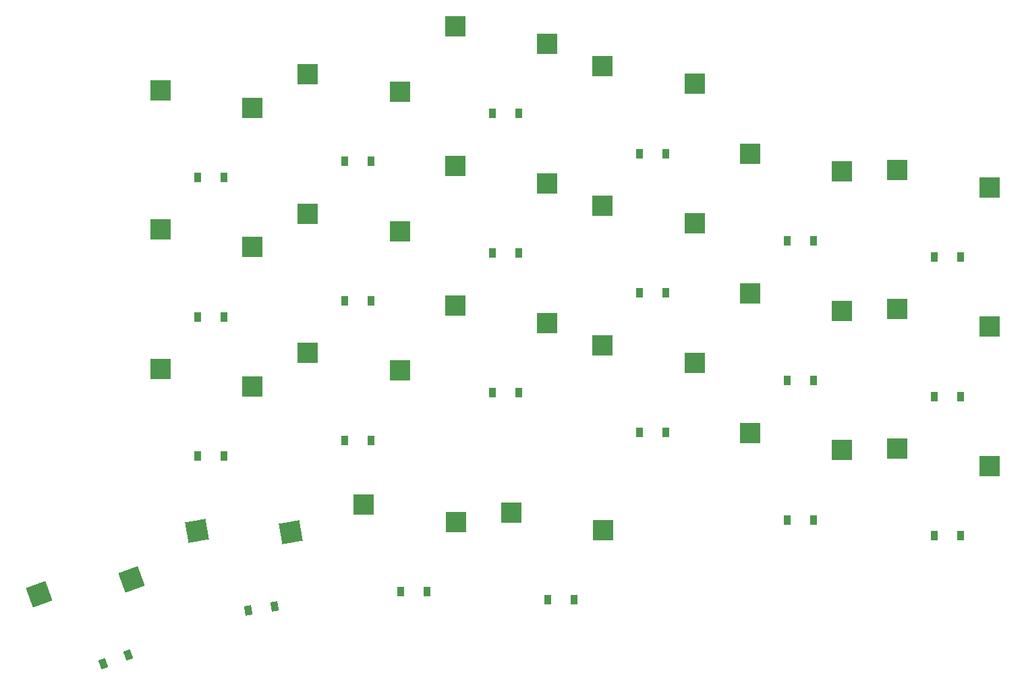
<source format=gbr>
%TF.GenerationSoftware,KiCad,Pcbnew,8.0.4*%
%TF.CreationDate,2024-08-22T13:25:09+01:00*%
%TF.ProjectId,right (v2 backup),72696768-7420-4287-9632-206261636b75,v1.0.0*%
%TF.SameCoordinates,Original*%
%TF.FileFunction,Paste,Bot*%
%TF.FilePolarity,Positive*%
%FSLAX46Y46*%
G04 Gerber Fmt 4.6, Leading zero omitted, Abs format (unit mm)*
G04 Created by KiCad (PCBNEW 8.0.4) date 2024-08-22 13:25:09*
%MOMM*%
%LPD*%
G01*
G04 APERTURE LIST*
G04 Aperture macros list*
%AMRotRect*
0 Rectangle, with rotation*
0 The origin of the aperture is its center*
0 $1 length*
0 $2 width*
0 $3 Rotation angle, in degrees counterclockwise*
0 Add horizontal line*
21,1,$1,$2,0,0,$3*%
G04 Aperture macros list end*
%ADD10R,2.600000X2.600000*%
%ADD11RotRect,2.600000X2.600000X10.000000*%
%ADD12RotRect,2.600000X2.600000X20.000000*%
%ADD13R,0.900000X1.200000*%
%ADD14RotRect,0.900000X1.200000X10.000000*%
%ADD15RotRect,0.900000X1.200000X20.000000*%
G04 APERTURE END LIST*
D10*
%TO.C,S1*%
X382290179Y-76530608D03*
X393840179Y-78730608D03*
%TD*%
%TO.C,S2*%
X382290178Y-59030609D03*
X393840178Y-61230609D03*
%TD*%
%TO.C,S3*%
X382290177Y-41530608D03*
X393840177Y-43730608D03*
%TD*%
%TO.C,S4*%
X363790176Y-74530610D03*
X375340176Y-76730610D03*
%TD*%
%TO.C,S5*%
X363790178Y-57030608D03*
X375340178Y-59230608D03*
%TD*%
%TO.C,S6*%
X363790178Y-39530608D03*
X375340178Y-41730608D03*
%TD*%
%TO.C,S7*%
X345290179Y-63530608D03*
X356840179Y-65730608D03*
%TD*%
%TO.C,S8*%
X345290178Y-46030608D03*
X356840178Y-48230608D03*
%TD*%
%TO.C,S9*%
X345290179Y-28530608D03*
X356840179Y-30730608D03*
%TD*%
%TO.C,S10*%
X326790179Y-58530609D03*
X338340179Y-60730609D03*
%TD*%
%TO.C,S11*%
X326790178Y-41030608D03*
X338340178Y-43230608D03*
%TD*%
%TO.C,S12*%
X326790179Y-23530609D03*
X338340179Y-25730609D03*
%TD*%
%TO.C,S13*%
X308290178Y-64530608D03*
X319840178Y-66730608D03*
%TD*%
%TO.C,S14*%
X308290178Y-47030609D03*
X319840178Y-49230609D03*
%TD*%
%TO.C,S15*%
X308290177Y-29530608D03*
X319840177Y-31730608D03*
%TD*%
%TO.C,S16*%
X289790178Y-66530609D03*
X301340178Y-68730609D03*
%TD*%
%TO.C,S17*%
X289790178Y-49030609D03*
X301340178Y-51230609D03*
%TD*%
%TO.C,S18*%
X289790178Y-31530608D03*
X301340178Y-33730608D03*
%TD*%
%TO.C,S19*%
X333790178Y-84530607D03*
X345340178Y-86730607D03*
%TD*%
%TO.C,S20*%
X315290178Y-83530608D03*
X326840178Y-85730608D03*
%TD*%
D11*
%TO.C,S21*%
X294380623Y-86889264D03*
X306137178Y-87050204D03*
%TD*%
D12*
%TO.C,S22*%
X274545603Y-94812608D03*
X286151497Y-92929599D03*
%TD*%
D13*
%TO.C,D1*%
X390215178Y-87480609D03*
X386915178Y-87480611D03*
%TD*%
%TO.C,D2*%
X390215179Y-69980607D03*
X386915179Y-69980609D03*
%TD*%
%TO.C,D3*%
X390215177Y-52480608D03*
X386915177Y-52480610D03*
%TD*%
%TO.C,D4*%
X371715178Y-85480608D03*
X368415178Y-85480610D03*
%TD*%
%TO.C,D5*%
X371715176Y-67980608D03*
X368415176Y-67980610D03*
%TD*%
%TO.C,D6*%
X371715179Y-50480608D03*
X368415179Y-50480610D03*
%TD*%
%TO.C,D7*%
X353215177Y-74480608D03*
X349915177Y-74480610D03*
%TD*%
%TO.C,D8*%
X353215179Y-56980607D03*
X349915179Y-56980609D03*
%TD*%
%TO.C,D9*%
X353215178Y-39480608D03*
X349915178Y-39480610D03*
%TD*%
%TO.C,D10*%
X334715177Y-69480608D03*
X331415177Y-69480610D03*
%TD*%
%TO.C,D11*%
X334715178Y-51980607D03*
X331415178Y-51980609D03*
%TD*%
%TO.C,D12*%
X334715179Y-34480608D03*
X331415179Y-34480610D03*
%TD*%
%TO.C,D13*%
X316215179Y-75480609D03*
X312915179Y-75480611D03*
%TD*%
%TO.C,D14*%
X316215177Y-57980607D03*
X312915177Y-57980609D03*
%TD*%
%TO.C,D15*%
X316215178Y-40480608D03*
X312915178Y-40480610D03*
%TD*%
%TO.C,D16*%
X297715178Y-77480609D03*
X294415178Y-77480611D03*
%TD*%
%TO.C,D17*%
X297715179Y-59980606D03*
X294415179Y-59980608D03*
%TD*%
%TO.C,D18*%
X297715178Y-42480608D03*
X294415178Y-42480610D03*
%TD*%
%TO.C,D19*%
X341715176Y-95480608D03*
X338415176Y-95480610D03*
%TD*%
%TO.C,D20*%
X323215178Y-94480607D03*
X319915178Y-94480609D03*
%TD*%
D14*
%TO.C,D21*%
X304086672Y-96296749D03*
X300836806Y-96869785D03*
%TD*%
D15*
%TO.C,D22*%
X285737787Y-102391734D03*
X282636801Y-103520398D03*
%TD*%
M02*

</source>
